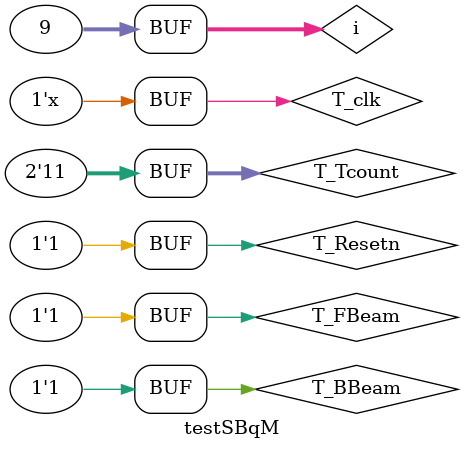
<source format=v>
module testSBqM
    # (parameter n=3 );
    reg T_clk, T_Resetn, T_FBeam, T_BBeam;
    reg [1:0] T_Tcount;
    wire T_full_flag, T_empty_flag;
    wire [4:0] T_Wtime;
    wire [n-1:0] T_Pcount;

integer i ; 

initial begin
    T_clk = 1'b1;
end

always begin 
    #50 T_clk = ~T_clk;
end

initial begin
    T_Resetn = 1'b0 ; 
    T_BBeam = 1'b1 ; 
    T_FBeam = 1'b1 ; 
    T_Tcount = 1;
    #5 T_Resetn = 1'b1 ; 
    // Test, at each value of Tcount, the two flags, wrapping around situation, and waiting time.
    T_Tcount = 1;
    for (i = 0  ; i < 9 ; i = i+1 ) begin 
        T_BBeam = 1'b0 ; 
        #50 T_BBeam = 1'b1 ; 
        #50; 
    end
    for (i = 0  ; i < 9 ; i = i+1 ) begin 
        
        T_FBeam = 1'b0 ; 
        #50 T_FBeam = 1'b1 ; 
        #50; 
    end
    T_Tcount = 2;
    for (i = 0  ; i < 9 ; i = i+1 ) begin 
        T_BBeam = 1'b0 ; 
        #50 T_BBeam = 1'b1 ; 
        #50; 
    end
    for (i = 0  ; i < 9 ; i = i+1 ) begin 
        
        T_FBeam = 1'b0 ; 
        #50 T_FBeam = 1'b1 ; 
        #50; 
    end
    T_Tcount = 3;
    for (i = 0  ; i < 9 ; i = i+1 ) begin 
        T_BBeam = 1'b0 ; 
        #50 T_BBeam = 1'b1 ; 
        #50; 
    end
    for (i = 0  ; i < 9 ; i = i+1 ) begin 
        
        T_FBeam = 1'b0 ; 
        #50 T_FBeam = 1'b1 ; 
        #50; 
    end
end
    SBqM dut (.Resetn(T_Resetn),
                .down_count(T_FBeam),
                .up_count(T_BBeam), 
                .clk(T_clk),  
                .empty_flag(T_empty_flag), 
                .full_flag(T_full_flag),
                .tcount(T_Tcount),
                .pcount (T_Pcount),
                .wcount(T_Wtime)
                );

    initial begin
        $monitor($time, "T_Resetn = %b, T_FBeam = %b, T_BBeam = %b, T_full_flag = %b, T_empty_flag = %b, T_Pcount = %d, T_Wtime = %d, T_Tcount = %d", 
        T_Resetn, T_FBeam, T_BBeam, T_full_flag, T_empty_flag, T_Pcount, T_Wtime, T_Tcount);
    end
endmodule
</source>
